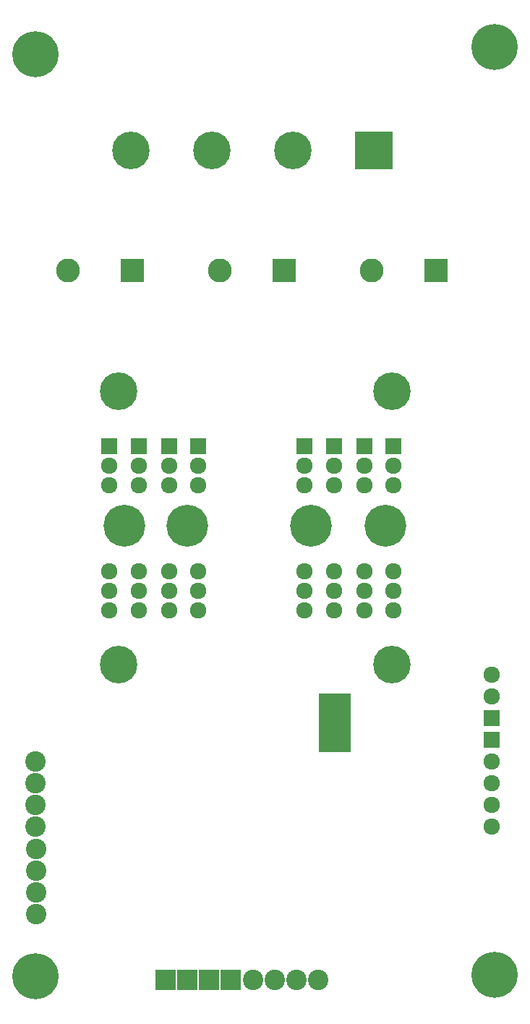
<source format=gbr>
G04 #@! TF.GenerationSoftware,KiCad,Pcbnew,5.0.0-rc2-dev-unknown-648803d~64~ubuntu16.04.1*
G04 #@! TF.CreationDate,2018-04-28T23:38:00-07:00*
G04 #@! TF.ProjectId,HICURRNT_Bridge,4849435552524E545F4272696467652E,rev?*
G04 #@! TF.SameCoordinates,Original*
G04 #@! TF.FileFunction,Soldermask,Bot*
G04 #@! TF.FilePolarity,Negative*
%FSLAX46Y46*%
G04 Gerber Fmt 4.6, Leading zero omitted, Abs format (unit mm)*
G04 Created by KiCad (PCBNEW 5.0.0-rc2-dev-unknown-648803d~64~ubuntu16.04.1) date Sat Apr 28 23:38:00 2018*
%MOMM*%
%LPD*%
G01*
G04 APERTURE LIST*
%ADD10C,4.900000*%
%ADD11C,5.400000*%
%ADD12C,4.400000*%
%ADD13R,2.800000X2.800000*%
%ADD14C,2.800000*%
%ADD15C,1.924000*%
%ADD16R,1.924000X1.924000*%
%ADD17R,4.400000X4.400000*%
%ADD18C,2.400000*%
%ADD19R,2.400000X2.400000*%
%ADD20R,1.290000X1.500000*%
G04 APERTURE END LIST*
D10*
X44950000Y56850000D03*
X14350000Y56850000D03*
D11*
X57750000Y4250000D03*
X4000000Y4050000D03*
D10*
X36200000Y56850000D03*
X21750000Y56850000D03*
D11*
X4000000Y112050000D03*
X57750000Y112850000D03*
D12*
X45735000Y40540000D03*
X13735000Y40540000D03*
X13735000Y72540000D03*
D13*
X15290000Y86710000D03*
D14*
X7790000Y86710000D03*
D15*
X57400000Y39410000D03*
X57400000Y36870000D03*
D16*
X57400000Y34330000D03*
X57400000Y31790000D03*
D15*
X57400000Y29250000D03*
X57400000Y26710000D03*
X57400000Y24170000D03*
X57400000Y21630000D03*
D17*
X43620000Y100760000D03*
D12*
X34120000Y100760000D03*
X24620000Y100760000D03*
X15120000Y100760000D03*
D18*
X29460000Y3652000D03*
X32000000Y3652000D03*
X34540000Y3652000D03*
X37080000Y3652000D03*
D19*
X26840000Y3652000D03*
X24300000Y3652000D03*
X21760000Y3652000D03*
X19220000Y3652000D03*
D18*
X4000000Y29230000D03*
X4000000Y26690000D03*
X4000000Y24150000D03*
X4000000Y21610000D03*
X4070000Y11370000D03*
X4070000Y13910000D03*
X4070000Y16450000D03*
X4070000Y18990000D03*
D13*
X50850000Y86710000D03*
D14*
X43350000Y86710000D03*
X25570000Y86710000D03*
D13*
X33070000Y86710000D03*
D20*
X37725000Y36387500D03*
X38575000Y36387500D03*
X40275000Y36387500D03*
X39425000Y36387500D03*
X39425000Y35331250D03*
X40275000Y35331250D03*
X38575000Y35331250D03*
X37725000Y35331250D03*
X37725000Y34275000D03*
X38575000Y34275000D03*
X40275000Y34275000D03*
X39425000Y34275000D03*
X39425000Y33218750D03*
X40275000Y33218750D03*
X38575000Y33218750D03*
X37725000Y33218750D03*
X37725000Y32162500D03*
X38575000Y32162500D03*
X40275000Y32162500D03*
X39425000Y32162500D03*
X39425000Y31106250D03*
X40275000Y31106250D03*
X38575000Y31106250D03*
X37725000Y31106250D03*
D15*
X23030000Y46959000D03*
X23030000Y49245000D03*
X23030000Y51531000D03*
X12616000Y46959000D03*
X12616000Y49245000D03*
X12616000Y51531000D03*
X16116000Y46959000D03*
X16116000Y49245000D03*
X16116000Y51531000D03*
X19616000Y46959000D03*
X19616000Y49245000D03*
X19616000Y51531000D03*
D16*
X19616000Y66136000D03*
D15*
X19616000Y63850000D03*
X19616000Y61564000D03*
D16*
X16116000Y66136000D03*
D15*
X16116000Y63850000D03*
X16116000Y61564000D03*
D16*
X12616000Y66136000D03*
D15*
X12616000Y63850000D03*
X12616000Y61564000D03*
D16*
X23030000Y66136000D03*
D15*
X23030000Y63850000D03*
X23030000Y61564000D03*
X42476000Y51531000D03*
X42476000Y49245000D03*
X42476000Y46959000D03*
X38976000Y51531000D03*
X38976000Y49245000D03*
X38976000Y46959000D03*
X35476000Y51531000D03*
X35476000Y49245000D03*
X35476000Y46959000D03*
X45890000Y51531000D03*
X45890000Y49245000D03*
X45890000Y46959000D03*
X45890000Y61564000D03*
X45890000Y63850000D03*
D16*
X45890000Y66136000D03*
D15*
X35476000Y61564000D03*
X35476000Y63850000D03*
D16*
X35476000Y66136000D03*
D15*
X38976000Y61564000D03*
X38976000Y63850000D03*
D16*
X38976000Y66136000D03*
D15*
X42476000Y61564000D03*
X42476000Y63850000D03*
D16*
X42476000Y66136000D03*
D12*
X45735000Y72540000D03*
M02*

</source>
